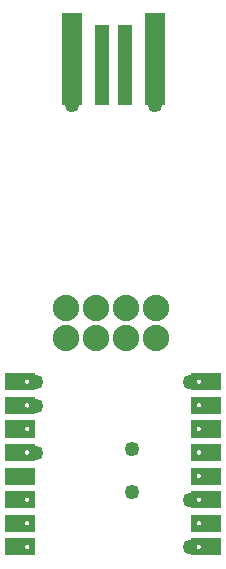
<source format=gts>
%ASAXBY*%
%FSLAX23Y23*%
%MOIN*%
%OFA0B0*%
%SFA1.0B1.0*%
%ADD10C,0.049370*%
%ADD11C,0.088000*%
%ADD12R,0.069055X0.305276*%
%ADD13R,0.049370X0.265906*%
%ADD14R,0.001000X0.001000*%
%LNMASK1*%
G90*
G70*
G54D10*
X488Y558D03*
X488Y703D03*
X566Y1849D03*
X290Y1849D03*
G54D11*
X271Y1071D03*
X371Y1071D03*
X471Y1071D03*
X571Y1071D03*
X271Y1071D03*
X371Y1071D03*
X471Y1071D03*
X571Y1071D03*
X571Y1171D03*
X471Y1171D03*
X371Y1171D03*
X271Y1171D03*
G54D10*
X171Y925D03*
X141Y612D03*
X171Y689D03*
X683Y374D03*
X683Y532D03*
X683Y925D03*
X171Y847D03*
G54D12*
X290Y2002D03*
G54D13*
X388Y1982D03*
X467Y1982D03*
G54D12*
X565Y2002D03*
G54D14*
X68Y955D02*
X165Y955D01*
X688Y955D02*
X785Y955D01*
X68Y954D02*
X165Y954D01*
X688Y954D02*
X785Y954D01*
X68Y953D02*
X165Y953D01*
X688Y953D02*
X785Y953D01*
X68Y952D02*
X165Y952D01*
X688Y952D02*
X785Y952D01*
X68Y951D02*
X165Y951D01*
X688Y951D02*
X785Y951D01*
X68Y950D02*
X165Y950D01*
X688Y950D02*
X785Y950D01*
X68Y949D02*
X165Y949D01*
X688Y949D02*
X785Y949D01*
X68Y948D02*
X165Y948D01*
X688Y948D02*
X785Y948D01*
X68Y947D02*
X165Y947D01*
X688Y947D02*
X785Y947D01*
X68Y946D02*
X165Y946D01*
X688Y946D02*
X785Y946D01*
X68Y945D02*
X165Y945D01*
X688Y945D02*
X785Y945D01*
X68Y944D02*
X165Y944D01*
X688Y944D02*
X785Y944D01*
X68Y943D02*
X165Y943D01*
X688Y943D02*
X785Y943D01*
X68Y942D02*
X165Y942D01*
X688Y942D02*
X785Y942D01*
X68Y941D02*
X165Y941D01*
X688Y941D02*
X785Y941D01*
X68Y940D02*
X165Y940D01*
X688Y940D02*
X785Y940D01*
X68Y939D02*
X165Y939D01*
X688Y939D02*
X785Y939D01*
X68Y938D02*
X165Y938D01*
X688Y938D02*
X785Y938D01*
X68Y937D02*
X165Y937D01*
X688Y937D02*
X785Y937D01*
X68Y936D02*
X165Y936D01*
X688Y936D02*
X785Y936D01*
X68Y935D02*
X165Y935D01*
X688Y935D02*
X785Y935D01*
X68Y934D02*
X165Y934D01*
X688Y934D02*
X785Y934D01*
X68Y933D02*
X136Y933D01*
X145Y933D02*
X165Y933D01*
X688Y933D02*
X708Y933D01*
X717Y933D02*
X785Y933D01*
X68Y932D02*
X135Y932D01*
X146Y932D02*
X165Y932D01*
X688Y932D02*
X707Y932D01*
X718Y932D02*
X785Y932D01*
X68Y931D02*
X134Y931D01*
X147Y931D02*
X165Y931D01*
X688Y931D02*
X706Y931D01*
X719Y931D02*
X785Y931D01*
X68Y930D02*
X134Y930D01*
X148Y930D02*
X165Y930D01*
X688Y930D02*
X706Y930D01*
X719Y930D02*
X785Y930D01*
X68Y929D02*
X133Y929D01*
X148Y929D02*
X165Y929D01*
X688Y929D02*
X705Y929D01*
X720Y929D02*
X785Y929D01*
X68Y928D02*
X133Y928D01*
X148Y928D02*
X165Y928D01*
X688Y928D02*
X705Y928D01*
X720Y928D02*
X785Y928D01*
X68Y927D02*
X133Y927D01*
X148Y927D02*
X165Y927D01*
X688Y927D02*
X705Y927D01*
X720Y927D02*
X785Y927D01*
X68Y926D02*
X133Y926D01*
X148Y926D02*
X165Y926D01*
X688Y926D02*
X705Y926D01*
X720Y926D02*
X785Y926D01*
X68Y925D02*
X133Y925D01*
X148Y925D02*
X165Y925D01*
X688Y925D02*
X705Y925D01*
X720Y925D02*
X785Y925D01*
X68Y924D02*
X133Y924D01*
X148Y924D02*
X165Y924D01*
X688Y924D02*
X705Y924D01*
X720Y924D02*
X785Y924D01*
X68Y923D02*
X134Y923D01*
X147Y923D02*
X165Y923D01*
X688Y923D02*
X706Y923D01*
X719Y923D02*
X785Y923D01*
X68Y922D02*
X135Y922D01*
X146Y922D02*
X165Y922D01*
X688Y922D02*
X707Y922D01*
X718Y922D02*
X785Y922D01*
X68Y921D02*
X136Y921D01*
X145Y921D02*
X165Y921D01*
X688Y921D02*
X708Y921D01*
X717Y921D02*
X785Y921D01*
X68Y920D02*
X138Y920D01*
X144Y920D02*
X165Y920D01*
X688Y920D02*
X710Y920D01*
X716Y920D02*
X785Y920D01*
X68Y919D02*
X165Y919D01*
X688Y919D02*
X785Y919D01*
X68Y918D02*
X165Y918D01*
X688Y918D02*
X785Y918D01*
X68Y917D02*
X165Y917D01*
X688Y917D02*
X785Y917D01*
X68Y916D02*
X165Y916D01*
X688Y916D02*
X785Y916D01*
X68Y915D02*
X165Y915D01*
X688Y915D02*
X785Y915D01*
X68Y914D02*
X165Y914D01*
X688Y914D02*
X785Y914D01*
X68Y913D02*
X165Y913D01*
X688Y913D02*
X785Y913D01*
X68Y912D02*
X165Y912D01*
X688Y912D02*
X785Y912D01*
X68Y911D02*
X165Y911D01*
X688Y911D02*
X785Y911D01*
X68Y910D02*
X165Y910D01*
X688Y910D02*
X785Y910D01*
X68Y909D02*
X165Y909D01*
X688Y909D02*
X785Y909D01*
X68Y908D02*
X165Y908D01*
X688Y908D02*
X785Y908D01*
X68Y907D02*
X165Y907D01*
X688Y907D02*
X785Y907D01*
X68Y906D02*
X165Y906D01*
X688Y906D02*
X785Y906D01*
X68Y905D02*
X165Y905D01*
X688Y905D02*
X785Y905D01*
X68Y904D02*
X165Y904D01*
X688Y904D02*
X785Y904D01*
X68Y903D02*
X165Y903D01*
X688Y903D02*
X785Y903D01*
X68Y902D02*
X165Y902D01*
X688Y902D02*
X785Y902D01*
X68Y901D02*
X165Y901D01*
X688Y901D02*
X785Y901D01*
X68Y900D02*
X165Y900D01*
X688Y900D02*
X785Y900D01*
X68Y899D02*
X165Y899D01*
X688Y899D02*
X785Y899D01*
X68Y876D02*
X165Y876D01*
X688Y876D02*
X785Y876D01*
X68Y875D02*
X165Y875D01*
X688Y875D02*
X785Y875D01*
X68Y874D02*
X165Y874D01*
X688Y874D02*
X785Y874D01*
X68Y873D02*
X165Y873D01*
X688Y873D02*
X785Y873D01*
X68Y872D02*
X165Y872D01*
X688Y872D02*
X785Y872D01*
X68Y871D02*
X165Y871D01*
X688Y871D02*
X785Y871D01*
X68Y870D02*
X165Y870D01*
X688Y870D02*
X785Y870D01*
X68Y869D02*
X165Y869D01*
X688Y869D02*
X785Y869D01*
X68Y868D02*
X165Y868D01*
X688Y868D02*
X785Y868D01*
X68Y867D02*
X165Y867D01*
X688Y867D02*
X785Y867D01*
X68Y866D02*
X165Y866D01*
X688Y866D02*
X785Y866D01*
X68Y865D02*
X165Y865D01*
X688Y865D02*
X785Y865D01*
X68Y864D02*
X165Y864D01*
X688Y864D02*
X785Y864D01*
X68Y863D02*
X165Y863D01*
X688Y863D02*
X785Y863D01*
X68Y862D02*
X165Y862D01*
X688Y862D02*
X785Y862D01*
X68Y861D02*
X165Y861D01*
X688Y861D02*
X785Y861D01*
X68Y860D02*
X165Y860D01*
X688Y860D02*
X785Y860D01*
X68Y859D02*
X165Y859D01*
X688Y859D02*
X785Y859D01*
X68Y858D02*
X165Y858D01*
X688Y858D02*
X785Y858D01*
X68Y857D02*
X165Y857D01*
X688Y857D02*
X785Y857D01*
X68Y856D02*
X165Y856D01*
X688Y856D02*
X785Y856D01*
X68Y855D02*
X138Y855D01*
X143Y855D02*
X165Y855D01*
X688Y855D02*
X710Y855D01*
X715Y855D02*
X785Y855D01*
X68Y854D02*
X136Y854D01*
X145Y854D02*
X165Y854D01*
X688Y854D02*
X708Y854D01*
X717Y854D02*
X785Y854D01*
X68Y853D02*
X135Y853D01*
X146Y853D02*
X165Y853D01*
X688Y853D02*
X707Y853D01*
X718Y853D02*
X785Y853D01*
X68Y852D02*
X134Y852D01*
X147Y852D02*
X165Y852D01*
X688Y852D02*
X706Y852D01*
X719Y852D02*
X785Y852D01*
X68Y851D02*
X134Y851D01*
X148Y851D02*
X165Y851D01*
X688Y851D02*
X705Y851D01*
X720Y851D02*
X785Y851D01*
X68Y850D02*
X133Y850D01*
X148Y850D02*
X165Y850D01*
X688Y850D02*
X705Y850D01*
X720Y850D02*
X785Y850D01*
X68Y849D02*
X133Y849D01*
X148Y849D02*
X165Y849D01*
X688Y849D02*
X705Y849D01*
X720Y849D02*
X785Y849D01*
X68Y848D02*
X133Y848D01*
X148Y848D02*
X165Y848D01*
X688Y848D02*
X705Y848D01*
X720Y848D02*
X785Y848D01*
X68Y847D02*
X133Y847D01*
X148Y847D02*
X165Y847D01*
X688Y847D02*
X705Y847D01*
X720Y847D02*
X785Y847D01*
X68Y846D02*
X133Y846D01*
X148Y846D02*
X165Y846D01*
X688Y846D02*
X705Y846D01*
X720Y846D02*
X785Y846D01*
X68Y845D02*
X134Y845D01*
X148Y845D02*
X165Y845D01*
X688Y845D02*
X706Y845D01*
X720Y845D02*
X785Y845D01*
X68Y844D02*
X134Y844D01*
X147Y844D02*
X165Y844D01*
X688Y844D02*
X706Y844D01*
X719Y844D02*
X785Y844D01*
X68Y843D02*
X135Y843D01*
X146Y843D02*
X165Y843D01*
X688Y843D02*
X707Y843D01*
X718Y843D02*
X785Y843D01*
X68Y842D02*
X136Y842D01*
X145Y842D02*
X165Y842D01*
X688Y842D02*
X708Y842D01*
X717Y842D02*
X785Y842D01*
X68Y841D02*
X139Y841D01*
X142Y841D02*
X165Y841D01*
X688Y841D02*
X711Y841D01*
X714Y841D02*
X785Y841D01*
X68Y840D02*
X165Y840D01*
X688Y840D02*
X785Y840D01*
X68Y839D02*
X165Y839D01*
X688Y839D02*
X785Y839D01*
X68Y838D02*
X165Y838D01*
X688Y838D02*
X785Y838D01*
X68Y837D02*
X165Y837D01*
X688Y837D02*
X785Y837D01*
X68Y836D02*
X165Y836D01*
X688Y836D02*
X785Y836D01*
X68Y835D02*
X165Y835D01*
X688Y835D02*
X785Y835D01*
X68Y834D02*
X165Y834D01*
X688Y834D02*
X785Y834D01*
X68Y833D02*
X165Y833D01*
X688Y833D02*
X785Y833D01*
X68Y832D02*
X165Y832D01*
X688Y832D02*
X785Y832D01*
X68Y831D02*
X165Y831D01*
X688Y831D02*
X785Y831D01*
X68Y830D02*
X165Y830D01*
X688Y830D02*
X785Y830D01*
X68Y829D02*
X165Y829D01*
X688Y829D02*
X785Y829D01*
X68Y828D02*
X165Y828D01*
X688Y828D02*
X785Y828D01*
X68Y827D02*
X165Y827D01*
X688Y827D02*
X785Y827D01*
X68Y826D02*
X165Y826D01*
X688Y826D02*
X785Y826D01*
X68Y825D02*
X165Y825D01*
X688Y825D02*
X785Y825D01*
X68Y824D02*
X165Y824D01*
X688Y824D02*
X785Y824D01*
X68Y823D02*
X165Y823D01*
X688Y823D02*
X785Y823D01*
X68Y822D02*
X165Y822D01*
X688Y822D02*
X785Y822D01*
X68Y821D02*
X165Y821D01*
X688Y821D02*
X785Y821D01*
X68Y820D02*
X165Y820D01*
X688Y820D02*
X785Y820D01*
X68Y797D02*
X165Y797D01*
X688Y797D02*
X785Y797D01*
X68Y796D02*
X165Y796D01*
X688Y796D02*
X785Y796D01*
X68Y795D02*
X165Y795D01*
X688Y795D02*
X785Y795D01*
X68Y794D02*
X165Y794D01*
X688Y794D02*
X785Y794D01*
X68Y793D02*
X165Y793D01*
X688Y793D02*
X785Y793D01*
X68Y792D02*
X165Y792D01*
X688Y792D02*
X785Y792D01*
X68Y791D02*
X165Y791D01*
X688Y791D02*
X785Y791D01*
X68Y790D02*
X165Y790D01*
X688Y790D02*
X785Y790D01*
X68Y789D02*
X165Y789D01*
X688Y789D02*
X785Y789D01*
X68Y788D02*
X165Y788D01*
X688Y788D02*
X785Y788D01*
X68Y787D02*
X165Y787D01*
X688Y787D02*
X785Y787D01*
X68Y786D02*
X165Y786D01*
X688Y786D02*
X785Y786D01*
X68Y785D02*
X165Y785D01*
X688Y785D02*
X785Y785D01*
X68Y784D02*
X165Y784D01*
X688Y784D02*
X785Y784D01*
X68Y783D02*
X165Y783D01*
X688Y783D02*
X785Y783D01*
X68Y782D02*
X165Y782D01*
X688Y782D02*
X785Y782D01*
X68Y781D02*
X165Y781D01*
X688Y781D02*
X785Y781D01*
X68Y780D02*
X165Y780D01*
X688Y780D02*
X785Y780D01*
X68Y779D02*
X165Y779D01*
X688Y779D02*
X785Y779D01*
X68Y778D02*
X165Y778D01*
X688Y778D02*
X785Y778D01*
X68Y777D02*
X165Y777D01*
X688Y777D02*
X785Y777D01*
X68Y776D02*
X137Y776D01*
X144Y776D02*
X165Y776D01*
X688Y776D02*
X709Y776D01*
X716Y776D02*
X785Y776D01*
X68Y775D02*
X136Y775D01*
X145Y775D02*
X165Y775D01*
X688Y775D02*
X708Y775D01*
X717Y775D02*
X785Y775D01*
X68Y774D02*
X135Y774D01*
X146Y774D02*
X165Y774D01*
X688Y774D02*
X707Y774D01*
X718Y774D02*
X785Y774D01*
X68Y773D02*
X134Y773D01*
X147Y773D02*
X165Y773D01*
X688Y773D02*
X706Y773D01*
X719Y773D02*
X785Y773D01*
X68Y772D02*
X133Y772D01*
X148Y772D02*
X165Y772D01*
X688Y772D02*
X705Y772D01*
X720Y772D02*
X785Y772D01*
X68Y771D02*
X133Y771D01*
X148Y771D02*
X165Y771D01*
X688Y771D02*
X705Y771D01*
X720Y771D02*
X785Y771D01*
X68Y770D02*
X133Y770D01*
X148Y770D02*
X165Y770D01*
X688Y770D02*
X705Y770D01*
X720Y770D02*
X785Y770D01*
X68Y769D02*
X133Y769D01*
X148Y769D02*
X165Y769D01*
X688Y769D02*
X705Y769D01*
X720Y769D02*
X785Y769D01*
X68Y768D02*
X133Y768D01*
X148Y768D02*
X165Y768D01*
X688Y768D02*
X705Y768D01*
X720Y768D02*
X785Y768D01*
X68Y767D02*
X133Y767D01*
X148Y767D02*
X165Y767D01*
X688Y767D02*
X705Y767D01*
X720Y767D02*
X785Y767D01*
X68Y766D02*
X134Y766D01*
X147Y766D02*
X165Y766D01*
X688Y766D02*
X706Y766D01*
X719Y766D02*
X785Y766D01*
X68Y765D02*
X134Y765D01*
X147Y765D02*
X165Y765D01*
X688Y765D02*
X706Y765D01*
X719Y765D02*
X785Y765D01*
X68Y764D02*
X135Y764D01*
X146Y764D02*
X165Y764D01*
X688Y764D02*
X707Y764D01*
X718Y764D02*
X785Y764D01*
X68Y763D02*
X137Y763D01*
X145Y763D02*
X165Y763D01*
X688Y763D02*
X709Y763D01*
X716Y763D02*
X785Y763D01*
X68Y762D02*
X165Y762D01*
X688Y762D02*
X785Y762D01*
X68Y761D02*
X165Y761D01*
X688Y761D02*
X785Y761D01*
X68Y760D02*
X165Y760D01*
X688Y760D02*
X785Y760D01*
X68Y759D02*
X165Y759D01*
X688Y759D02*
X785Y759D01*
X68Y758D02*
X165Y758D01*
X688Y758D02*
X785Y758D01*
X68Y757D02*
X165Y757D01*
X688Y757D02*
X785Y757D01*
X68Y756D02*
X165Y756D01*
X688Y756D02*
X785Y756D01*
X68Y755D02*
X165Y755D01*
X688Y755D02*
X785Y755D01*
X68Y754D02*
X165Y754D01*
X688Y754D02*
X785Y754D01*
X68Y753D02*
X165Y753D01*
X688Y753D02*
X785Y753D01*
X68Y752D02*
X165Y752D01*
X688Y752D02*
X785Y752D01*
X68Y751D02*
X165Y751D01*
X688Y751D02*
X785Y751D01*
X68Y750D02*
X165Y750D01*
X688Y750D02*
X785Y750D01*
X68Y749D02*
X165Y749D01*
X688Y749D02*
X785Y749D01*
X68Y748D02*
X165Y748D01*
X688Y748D02*
X785Y748D01*
X68Y747D02*
X165Y747D01*
X688Y747D02*
X785Y747D01*
X68Y746D02*
X165Y746D01*
X688Y746D02*
X785Y746D01*
X68Y745D02*
X165Y745D01*
X688Y745D02*
X785Y745D01*
X68Y744D02*
X165Y744D01*
X688Y744D02*
X785Y744D01*
X68Y743D02*
X165Y743D01*
X688Y743D02*
X785Y743D01*
X68Y742D02*
X165Y742D01*
X688Y742D02*
X785Y742D01*
X68Y741D02*
X165Y741D01*
X688Y741D02*
X785Y741D01*
X68Y719D02*
X165Y719D01*
X688Y719D02*
X785Y719D01*
X68Y718D02*
X165Y718D01*
X688Y718D02*
X785Y718D01*
X68Y717D02*
X165Y717D01*
X688Y717D02*
X785Y717D01*
X68Y716D02*
X165Y716D01*
X688Y716D02*
X785Y716D01*
X68Y715D02*
X165Y715D01*
X688Y715D02*
X785Y715D01*
X68Y714D02*
X165Y714D01*
X688Y714D02*
X785Y714D01*
X68Y713D02*
X165Y713D01*
X688Y713D02*
X785Y713D01*
X68Y712D02*
X165Y712D01*
X688Y712D02*
X785Y712D01*
X68Y711D02*
X165Y711D01*
X688Y711D02*
X785Y711D01*
X68Y710D02*
X165Y710D01*
X688Y710D02*
X785Y710D01*
X68Y709D02*
X165Y709D01*
X688Y709D02*
X785Y709D01*
X68Y708D02*
X165Y708D01*
X688Y708D02*
X785Y708D01*
X68Y707D02*
X165Y707D01*
X688Y707D02*
X785Y707D01*
X68Y706D02*
X165Y706D01*
X688Y706D02*
X785Y706D01*
X68Y705D02*
X165Y705D01*
X688Y705D02*
X785Y705D01*
X68Y704D02*
X165Y704D01*
X688Y704D02*
X785Y704D01*
X68Y703D02*
X165Y703D01*
X688Y703D02*
X785Y703D01*
X68Y702D02*
X165Y702D01*
X688Y702D02*
X785Y702D01*
X68Y701D02*
X165Y701D01*
X688Y701D02*
X785Y701D01*
X68Y700D02*
X165Y700D01*
X688Y700D02*
X785Y700D01*
X68Y699D02*
X165Y699D01*
X688Y699D02*
X785Y699D01*
X68Y698D02*
X165Y698D01*
X688Y698D02*
X785Y698D01*
X68Y697D02*
X137Y697D01*
X144Y697D02*
X165Y697D01*
X688Y697D02*
X709Y697D01*
X716Y697D02*
X785Y697D01*
X68Y696D02*
X135Y696D01*
X146Y696D02*
X165Y696D01*
X688Y696D02*
X707Y696D01*
X718Y696D02*
X785Y696D01*
X68Y695D02*
X134Y695D01*
X147Y695D02*
X165Y695D01*
X688Y695D02*
X706Y695D01*
X719Y695D02*
X785Y695D01*
X68Y694D02*
X134Y694D01*
X147Y694D02*
X165Y694D01*
X688Y694D02*
X706Y694D01*
X719Y694D02*
X785Y694D01*
X68Y693D02*
X133Y693D01*
X148Y693D02*
X165Y693D01*
X688Y693D02*
X705Y693D01*
X720Y693D02*
X785Y693D01*
X68Y692D02*
X133Y692D01*
X148Y692D02*
X165Y692D01*
X688Y692D02*
X705Y692D01*
X720Y692D02*
X785Y692D01*
X68Y691D02*
X133Y691D01*
X148Y691D02*
X165Y691D01*
X688Y691D02*
X705Y691D01*
X720Y691D02*
X785Y691D01*
X68Y690D02*
X133Y690D01*
X148Y690D02*
X165Y690D01*
X688Y690D02*
X705Y690D01*
X720Y690D02*
X785Y690D01*
X68Y689D02*
X133Y689D01*
X148Y689D02*
X165Y689D01*
X688Y689D02*
X705Y689D01*
X720Y689D02*
X785Y689D01*
X68Y688D02*
X133Y688D01*
X148Y688D02*
X165Y688D01*
X688Y688D02*
X705Y688D01*
X720Y688D02*
X785Y688D01*
X68Y687D02*
X134Y687D01*
X147Y687D02*
X165Y687D01*
X688Y687D02*
X706Y687D01*
X719Y687D02*
X785Y687D01*
X68Y686D02*
X135Y686D01*
X147Y686D02*
X165Y686D01*
X688Y686D02*
X707Y686D01*
X718Y686D02*
X785Y686D01*
X68Y685D02*
X136Y685D01*
X146Y685D02*
X165Y685D01*
X688Y685D02*
X708Y685D01*
X717Y685D02*
X785Y685D01*
X68Y684D02*
X137Y684D01*
X144Y684D02*
X165Y684D01*
X688Y684D02*
X709Y684D01*
X716Y684D02*
X785Y684D01*
X68Y683D02*
X165Y683D01*
X688Y683D02*
X785Y683D01*
X68Y682D02*
X165Y682D01*
X688Y682D02*
X785Y682D01*
X68Y681D02*
X165Y681D01*
X688Y681D02*
X785Y681D01*
X68Y680D02*
X165Y680D01*
X688Y680D02*
X785Y680D01*
X68Y679D02*
X165Y679D01*
X688Y679D02*
X785Y679D01*
X68Y678D02*
X165Y678D01*
X688Y678D02*
X785Y678D01*
X68Y677D02*
X165Y677D01*
X688Y677D02*
X785Y677D01*
X68Y676D02*
X165Y676D01*
X688Y676D02*
X785Y676D01*
X68Y675D02*
X165Y675D01*
X688Y675D02*
X785Y675D01*
X68Y674D02*
X165Y674D01*
X688Y674D02*
X785Y674D01*
X68Y673D02*
X165Y673D01*
X688Y673D02*
X785Y673D01*
X68Y672D02*
X165Y672D01*
X688Y672D02*
X785Y672D01*
X68Y671D02*
X165Y671D01*
X688Y671D02*
X785Y671D01*
X68Y670D02*
X165Y670D01*
X688Y670D02*
X785Y670D01*
X68Y669D02*
X165Y669D01*
X688Y669D02*
X785Y669D01*
X68Y668D02*
X165Y668D01*
X688Y668D02*
X785Y668D01*
X68Y667D02*
X165Y667D01*
X688Y667D02*
X785Y667D01*
X68Y666D02*
X165Y666D01*
X688Y666D02*
X785Y666D01*
X68Y665D02*
X165Y665D01*
X688Y665D02*
X785Y665D01*
X68Y664D02*
X165Y664D01*
X688Y664D02*
X785Y664D01*
X68Y663D02*
X165Y663D01*
X688Y663D02*
X785Y663D01*
X68Y662D02*
X165Y662D01*
X688Y662D02*
X785Y662D01*
X68Y640D02*
X165Y640D01*
X688Y640D02*
X785Y640D01*
X68Y639D02*
X165Y639D01*
X688Y639D02*
X785Y639D01*
X68Y638D02*
X165Y638D01*
X688Y638D02*
X785Y638D01*
X68Y637D02*
X165Y637D01*
X688Y637D02*
X785Y637D01*
X68Y636D02*
X165Y636D01*
X688Y636D02*
X785Y636D01*
X68Y635D02*
X165Y635D01*
X688Y635D02*
X785Y635D01*
X68Y634D02*
X165Y634D01*
X688Y634D02*
X785Y634D01*
X68Y633D02*
X165Y633D01*
X688Y633D02*
X785Y633D01*
X68Y632D02*
X165Y632D01*
X688Y632D02*
X785Y632D01*
X68Y631D02*
X165Y631D01*
X688Y631D02*
X785Y631D01*
X68Y630D02*
X165Y630D01*
X688Y630D02*
X785Y630D01*
X68Y629D02*
X165Y629D01*
X688Y629D02*
X785Y629D01*
X68Y628D02*
X165Y628D01*
X688Y628D02*
X785Y628D01*
X68Y627D02*
X165Y627D01*
X688Y627D02*
X785Y627D01*
X68Y626D02*
X165Y626D01*
X688Y626D02*
X785Y626D01*
X68Y625D02*
X165Y625D01*
X688Y625D02*
X785Y625D01*
X68Y624D02*
X165Y624D01*
X688Y624D02*
X785Y624D01*
X68Y623D02*
X165Y623D01*
X688Y623D02*
X785Y623D01*
X68Y622D02*
X165Y622D01*
X688Y622D02*
X785Y622D01*
X68Y621D02*
X165Y621D01*
X688Y621D02*
X785Y621D01*
X68Y620D02*
X165Y620D01*
X688Y620D02*
X785Y620D01*
X68Y619D02*
X165Y619D01*
X688Y619D02*
X785Y619D01*
X68Y618D02*
X136Y618D01*
X145Y618D02*
X165Y618D01*
X688Y618D02*
X708Y618D01*
X717Y618D02*
X785Y618D01*
X68Y617D02*
X135Y617D01*
X146Y617D02*
X165Y617D01*
X688Y617D02*
X707Y617D01*
X718Y617D02*
X785Y617D01*
X68Y616D02*
X134Y616D01*
X147Y616D02*
X165Y616D01*
X688Y616D02*
X706Y616D01*
X719Y616D02*
X785Y616D01*
X68Y615D02*
X134Y615D01*
X148Y615D02*
X165Y615D01*
X688Y615D02*
X706Y615D01*
X720Y615D02*
X785Y615D01*
X68Y614D02*
X133Y614D01*
X148Y614D02*
X165Y614D01*
X688Y614D02*
X705Y614D01*
X720Y614D02*
X785Y614D01*
X68Y613D02*
X133Y613D01*
X148Y613D02*
X165Y613D01*
X688Y613D02*
X705Y613D01*
X720Y613D02*
X785Y613D01*
X68Y612D02*
X133Y612D01*
X148Y612D02*
X165Y612D01*
X688Y612D02*
X705Y612D01*
X720Y612D02*
X785Y612D01*
X68Y611D02*
X133Y611D01*
X148Y611D02*
X165Y611D01*
X688Y611D02*
X705Y611D01*
X720Y611D02*
X785Y611D01*
X68Y610D02*
X133Y610D01*
X148Y610D02*
X165Y610D01*
X688Y610D02*
X705Y610D01*
X720Y610D02*
X785Y610D01*
X68Y609D02*
X133Y609D01*
X148Y609D02*
X165Y609D01*
X688Y609D02*
X705Y609D01*
X720Y609D02*
X785Y609D01*
X68Y608D02*
X134Y608D01*
X147Y608D02*
X165Y608D01*
X688Y608D02*
X706Y608D01*
X719Y608D02*
X785Y608D01*
X68Y607D02*
X135Y607D01*
X146Y607D02*
X165Y607D01*
X688Y607D02*
X707Y607D01*
X718Y607D02*
X785Y607D01*
X68Y606D02*
X136Y606D01*
X145Y606D02*
X165Y606D01*
X688Y606D02*
X708Y606D01*
X717Y606D02*
X785Y606D01*
X68Y605D02*
X138Y605D01*
X143Y605D02*
X165Y605D01*
X688Y605D02*
X710Y605D01*
X715Y605D02*
X785Y605D01*
X68Y604D02*
X165Y604D01*
X688Y604D02*
X785Y604D01*
X68Y603D02*
X165Y603D01*
X688Y603D02*
X785Y603D01*
X68Y602D02*
X165Y602D01*
X688Y602D02*
X785Y602D01*
X68Y601D02*
X165Y601D01*
X688Y601D02*
X785Y601D01*
X68Y600D02*
X165Y600D01*
X688Y600D02*
X785Y600D01*
X68Y599D02*
X165Y599D01*
X688Y599D02*
X785Y599D01*
X68Y598D02*
X165Y598D01*
X688Y598D02*
X785Y598D01*
X68Y597D02*
X165Y597D01*
X688Y597D02*
X785Y597D01*
X68Y596D02*
X165Y596D01*
X688Y596D02*
X785Y596D01*
X68Y595D02*
X165Y595D01*
X688Y595D02*
X785Y595D01*
X68Y594D02*
X165Y594D01*
X688Y594D02*
X785Y594D01*
X68Y593D02*
X165Y593D01*
X688Y593D02*
X785Y593D01*
X68Y592D02*
X165Y592D01*
X688Y592D02*
X785Y592D01*
X68Y591D02*
X165Y591D01*
X688Y591D02*
X785Y591D01*
X68Y590D02*
X165Y590D01*
X688Y590D02*
X785Y590D01*
X68Y589D02*
X165Y589D01*
X688Y589D02*
X785Y589D01*
X68Y588D02*
X165Y588D01*
X688Y588D02*
X785Y588D01*
X68Y587D02*
X165Y587D01*
X688Y587D02*
X785Y587D01*
X68Y586D02*
X165Y586D01*
X688Y586D02*
X785Y586D01*
X68Y585D02*
X165Y585D01*
X688Y585D02*
X785Y585D01*
X68Y584D02*
X165Y584D01*
X688Y584D02*
X785Y584D01*
X68Y561D02*
X165Y561D01*
X688Y561D02*
X785Y561D01*
X68Y560D02*
X165Y560D01*
X688Y560D02*
X785Y560D01*
X68Y559D02*
X165Y559D01*
X688Y559D02*
X785Y559D01*
X68Y558D02*
X165Y558D01*
X688Y558D02*
X785Y558D01*
X68Y557D02*
X165Y557D01*
X688Y557D02*
X785Y557D01*
X68Y556D02*
X165Y556D01*
X688Y556D02*
X785Y556D01*
X68Y555D02*
X165Y555D01*
X688Y555D02*
X785Y555D01*
X68Y554D02*
X165Y554D01*
X688Y554D02*
X785Y554D01*
X68Y553D02*
X165Y553D01*
X688Y553D02*
X785Y553D01*
X68Y552D02*
X165Y552D01*
X688Y552D02*
X785Y552D01*
X68Y551D02*
X165Y551D01*
X688Y551D02*
X785Y551D01*
X68Y550D02*
X165Y550D01*
X688Y550D02*
X785Y550D01*
X68Y549D02*
X165Y549D01*
X688Y549D02*
X785Y549D01*
X68Y548D02*
X165Y548D01*
X688Y548D02*
X785Y548D01*
X68Y547D02*
X165Y547D01*
X688Y547D02*
X785Y547D01*
X68Y546D02*
X165Y546D01*
X688Y546D02*
X785Y546D01*
X68Y545D02*
X165Y545D01*
X688Y545D02*
X785Y545D01*
X68Y544D02*
X165Y544D01*
X688Y544D02*
X785Y544D01*
X68Y543D02*
X165Y543D01*
X688Y543D02*
X785Y543D01*
X68Y542D02*
X165Y542D01*
X688Y542D02*
X785Y542D01*
X68Y541D02*
X165Y541D01*
X688Y541D02*
X785Y541D01*
X68Y540D02*
X138Y540D01*
X143Y540D02*
X165Y540D01*
X688Y540D02*
X710Y540D01*
X715Y540D02*
X785Y540D01*
X68Y539D02*
X136Y539D01*
X145Y539D02*
X165Y539D01*
X688Y539D02*
X708Y539D01*
X717Y539D02*
X785Y539D01*
X68Y538D02*
X135Y538D01*
X146Y538D02*
X165Y538D01*
X688Y538D02*
X707Y538D01*
X718Y538D02*
X785Y538D01*
X68Y537D02*
X134Y537D01*
X147Y537D02*
X165Y537D01*
X688Y537D02*
X706Y537D01*
X719Y537D02*
X785Y537D01*
X68Y536D02*
X133Y536D01*
X148Y536D02*
X165Y536D01*
X688Y536D02*
X705Y536D01*
X720Y536D02*
X785Y536D01*
X68Y535D02*
X133Y535D01*
X148Y535D02*
X165Y535D01*
X688Y535D02*
X705Y535D01*
X720Y535D02*
X785Y535D01*
X68Y534D02*
X133Y534D01*
X148Y534D02*
X165Y534D01*
X688Y534D02*
X705Y534D01*
X720Y534D02*
X785Y534D01*
X68Y533D02*
X133Y533D01*
X148Y533D02*
X165Y533D01*
X688Y533D02*
X705Y533D01*
X720Y533D02*
X785Y533D01*
X68Y532D02*
X133Y532D01*
X148Y532D02*
X165Y532D01*
X688Y532D02*
X705Y532D01*
X720Y532D02*
X785Y532D01*
X68Y531D02*
X133Y531D01*
X148Y531D02*
X165Y531D01*
X688Y531D02*
X705Y531D01*
X720Y531D02*
X785Y531D01*
X68Y530D02*
X134Y530D01*
X148Y530D02*
X165Y530D01*
X688Y530D02*
X706Y530D01*
X720Y530D02*
X785Y530D01*
X68Y529D02*
X134Y529D01*
X147Y529D02*
X165Y529D01*
X688Y529D02*
X706Y529D01*
X719Y529D02*
X785Y529D01*
X68Y528D02*
X135Y528D01*
X146Y528D02*
X165Y528D01*
X688Y528D02*
X707Y528D01*
X718Y528D02*
X785Y528D01*
X68Y527D02*
X136Y527D01*
X145Y527D02*
X165Y527D01*
X688Y527D02*
X708Y527D01*
X717Y527D02*
X785Y527D01*
X68Y526D02*
X165Y526D01*
X688Y526D02*
X785Y526D01*
X68Y525D02*
X165Y525D01*
X688Y525D02*
X785Y525D01*
X68Y524D02*
X165Y524D01*
X688Y524D02*
X785Y524D01*
X68Y523D02*
X165Y523D01*
X688Y523D02*
X785Y523D01*
X68Y522D02*
X165Y522D01*
X688Y522D02*
X785Y522D01*
X68Y521D02*
X165Y521D01*
X688Y521D02*
X785Y521D01*
X68Y520D02*
X165Y520D01*
X688Y520D02*
X785Y520D01*
X68Y519D02*
X165Y519D01*
X688Y519D02*
X785Y519D01*
X68Y518D02*
X165Y518D01*
X688Y518D02*
X785Y518D01*
X68Y517D02*
X165Y517D01*
X688Y517D02*
X785Y517D01*
X68Y516D02*
X165Y516D01*
X688Y516D02*
X785Y516D01*
X68Y515D02*
X165Y515D01*
X688Y515D02*
X785Y515D01*
X68Y514D02*
X165Y514D01*
X688Y514D02*
X785Y514D01*
X68Y513D02*
X165Y513D01*
X688Y513D02*
X785Y513D01*
X68Y512D02*
X165Y512D01*
X688Y512D02*
X785Y512D01*
X68Y511D02*
X165Y511D01*
X688Y511D02*
X785Y511D01*
X68Y510D02*
X165Y510D01*
X688Y510D02*
X785Y510D01*
X68Y509D02*
X165Y509D01*
X688Y509D02*
X785Y509D01*
X68Y508D02*
X165Y508D01*
X688Y508D02*
X785Y508D01*
X68Y507D02*
X165Y507D01*
X688Y507D02*
X785Y507D01*
X68Y506D02*
X165Y506D01*
X688Y506D02*
X785Y506D01*
X68Y505D02*
X165Y505D01*
X688Y505D02*
X785Y505D01*
X68Y483D02*
X165Y483D01*
X688Y483D02*
X785Y483D01*
X68Y482D02*
X165Y482D01*
X688Y482D02*
X785Y482D01*
X68Y481D02*
X165Y481D01*
X688Y481D02*
X785Y481D01*
X68Y480D02*
X165Y480D01*
X688Y480D02*
X785Y480D01*
X68Y479D02*
X165Y479D01*
X688Y479D02*
X785Y479D01*
X68Y478D02*
X165Y478D01*
X688Y478D02*
X785Y478D01*
X68Y477D02*
X165Y477D01*
X688Y477D02*
X785Y477D01*
X68Y476D02*
X165Y476D01*
X688Y476D02*
X785Y476D01*
X68Y475D02*
X165Y475D01*
X688Y475D02*
X785Y475D01*
X68Y474D02*
X165Y474D01*
X688Y474D02*
X785Y474D01*
X68Y473D02*
X165Y473D01*
X688Y473D02*
X785Y473D01*
X68Y472D02*
X165Y472D01*
X688Y472D02*
X785Y472D01*
X68Y471D02*
X165Y471D01*
X688Y471D02*
X785Y471D01*
X68Y470D02*
X165Y470D01*
X688Y470D02*
X785Y470D01*
X68Y469D02*
X165Y469D01*
X688Y469D02*
X785Y469D01*
X68Y468D02*
X165Y468D01*
X688Y468D02*
X785Y468D01*
X68Y467D02*
X165Y467D01*
X688Y467D02*
X785Y467D01*
X68Y466D02*
X165Y466D01*
X688Y466D02*
X785Y466D01*
X68Y465D02*
X165Y465D01*
X688Y465D02*
X785Y465D01*
X68Y464D02*
X165Y464D01*
X688Y464D02*
X785Y464D01*
X68Y463D02*
X165Y463D01*
X688Y463D02*
X785Y463D01*
X68Y462D02*
X165Y462D01*
X688Y462D02*
X785Y462D01*
X68Y461D02*
X137Y461D01*
X144Y461D02*
X165Y461D01*
X688Y461D02*
X709Y461D01*
X716Y461D02*
X785Y461D01*
X68Y460D02*
X136Y460D01*
X146Y460D02*
X165Y460D01*
X688Y460D02*
X708Y460D01*
X717Y460D02*
X785Y460D01*
X68Y459D02*
X135Y459D01*
X147Y459D02*
X165Y459D01*
X688Y459D02*
X707Y459D01*
X718Y459D02*
X785Y459D01*
X68Y458D02*
X134Y458D01*
X147Y458D02*
X165Y458D01*
X688Y458D02*
X706Y458D01*
X719Y458D02*
X785Y458D01*
X68Y457D02*
X133Y457D01*
X148Y457D02*
X165Y457D01*
X688Y457D02*
X705Y457D01*
X720Y457D02*
X785Y457D01*
X68Y456D02*
X133Y456D01*
X148Y456D02*
X165Y456D01*
X688Y456D02*
X705Y456D01*
X720Y456D02*
X785Y456D01*
X68Y455D02*
X133Y455D01*
X148Y455D02*
X165Y455D01*
X688Y455D02*
X705Y455D01*
X720Y455D02*
X785Y455D01*
X68Y454D02*
X133Y454D01*
X148Y454D02*
X165Y454D01*
X688Y454D02*
X705Y454D01*
X720Y454D02*
X785Y454D01*
X68Y453D02*
X133Y453D01*
X148Y453D02*
X165Y453D01*
X688Y453D02*
X705Y453D01*
X720Y453D02*
X785Y453D01*
X68Y452D02*
X133Y452D01*
X148Y452D02*
X165Y452D01*
X688Y452D02*
X705Y452D01*
X720Y452D02*
X785Y452D01*
X68Y451D02*
X134Y451D01*
X147Y451D02*
X165Y451D01*
X688Y451D02*
X706Y451D01*
X719Y451D02*
X785Y451D01*
X68Y450D02*
X134Y450D01*
X147Y450D02*
X165Y450D01*
X688Y450D02*
X706Y450D01*
X719Y450D02*
X785Y450D01*
X68Y449D02*
X135Y449D01*
X146Y449D02*
X165Y449D01*
X688Y449D02*
X707Y449D01*
X718Y449D02*
X785Y449D01*
X68Y448D02*
X137Y448D01*
X144Y448D02*
X165Y448D01*
X688Y448D02*
X709Y448D01*
X716Y448D02*
X785Y448D01*
X68Y447D02*
X165Y447D01*
X688Y447D02*
X785Y447D01*
X68Y446D02*
X165Y446D01*
X688Y446D02*
X785Y446D01*
X68Y445D02*
X165Y445D01*
X688Y445D02*
X785Y445D01*
X68Y444D02*
X165Y444D01*
X688Y444D02*
X785Y444D01*
X68Y443D02*
X165Y443D01*
X688Y443D02*
X785Y443D01*
X68Y442D02*
X165Y442D01*
X688Y442D02*
X785Y442D01*
X68Y441D02*
X165Y441D01*
X688Y441D02*
X785Y441D01*
X68Y440D02*
X165Y440D01*
X688Y440D02*
X785Y440D01*
X68Y439D02*
X165Y439D01*
X688Y439D02*
X785Y439D01*
X68Y438D02*
X165Y438D01*
X688Y438D02*
X785Y438D01*
X68Y437D02*
X165Y437D01*
X688Y437D02*
X785Y437D01*
X68Y436D02*
X165Y436D01*
X688Y436D02*
X785Y436D01*
X68Y435D02*
X165Y435D01*
X688Y435D02*
X785Y435D01*
X68Y434D02*
X165Y434D01*
X688Y434D02*
X785Y434D01*
X68Y433D02*
X165Y433D01*
X688Y433D02*
X785Y433D01*
X68Y432D02*
X165Y432D01*
X688Y432D02*
X785Y432D01*
X68Y431D02*
X165Y431D01*
X688Y431D02*
X785Y431D01*
X68Y430D02*
X165Y430D01*
X688Y430D02*
X785Y430D01*
X68Y429D02*
X165Y429D01*
X688Y429D02*
X785Y429D01*
X68Y428D02*
X165Y428D01*
X688Y428D02*
X785Y428D01*
X68Y427D02*
X165Y427D01*
X688Y427D02*
X785Y427D01*
X68Y426D02*
X165Y426D01*
X688Y426D02*
X785Y426D01*
X68Y404D02*
X165Y404D01*
X688Y404D02*
X785Y404D01*
X68Y403D02*
X165Y403D01*
X688Y403D02*
X785Y403D01*
X68Y402D02*
X165Y402D01*
X688Y402D02*
X785Y402D01*
X68Y401D02*
X165Y401D01*
X688Y401D02*
X785Y401D01*
X68Y400D02*
X165Y400D01*
X688Y400D02*
X785Y400D01*
X68Y399D02*
X165Y399D01*
X688Y399D02*
X785Y399D01*
X68Y398D02*
X165Y398D01*
X688Y398D02*
X785Y398D01*
X68Y397D02*
X165Y397D01*
X688Y397D02*
X785Y397D01*
X68Y396D02*
X165Y396D01*
X688Y396D02*
X785Y396D01*
X68Y395D02*
X165Y395D01*
X688Y395D02*
X785Y395D01*
X68Y394D02*
X165Y394D01*
X688Y394D02*
X785Y394D01*
X68Y393D02*
X165Y393D01*
X688Y393D02*
X785Y393D01*
X68Y392D02*
X165Y392D01*
X688Y392D02*
X785Y392D01*
X68Y391D02*
X165Y391D01*
X688Y391D02*
X785Y391D01*
X68Y390D02*
X165Y390D01*
X688Y390D02*
X785Y390D01*
X68Y389D02*
X165Y389D01*
X688Y389D02*
X785Y389D01*
X68Y388D02*
X165Y388D01*
X688Y388D02*
X785Y388D01*
X68Y387D02*
X165Y387D01*
X688Y387D02*
X785Y387D01*
X68Y386D02*
X165Y386D01*
X688Y386D02*
X785Y386D01*
X68Y385D02*
X165Y385D01*
X688Y385D02*
X785Y385D01*
X68Y384D02*
X165Y384D01*
X688Y384D02*
X785Y384D01*
X68Y383D02*
X165Y383D01*
X688Y383D02*
X785Y383D01*
X68Y382D02*
X137Y382D01*
X145Y382D02*
X165Y382D01*
X688Y382D02*
X709Y382D01*
X716Y382D02*
X785Y382D01*
X68Y381D02*
X135Y381D01*
X146Y381D02*
X165Y381D01*
X688Y381D02*
X707Y381D01*
X718Y381D02*
X785Y381D01*
X68Y380D02*
X134Y380D01*
X147Y380D02*
X165Y380D01*
X688Y380D02*
X706Y380D01*
X719Y380D02*
X785Y380D01*
X68Y379D02*
X134Y379D01*
X147Y379D02*
X165Y379D01*
X688Y379D02*
X706Y379D01*
X719Y379D02*
X785Y379D01*
X68Y378D02*
X133Y378D01*
X148Y378D02*
X165Y378D01*
X688Y378D02*
X705Y378D01*
X720Y378D02*
X785Y378D01*
X68Y377D02*
X133Y377D01*
X148Y377D02*
X165Y377D01*
X688Y377D02*
X705Y377D01*
X720Y377D02*
X785Y377D01*
X68Y376D02*
X133Y376D01*
X148Y376D02*
X165Y376D01*
X688Y376D02*
X705Y376D01*
X720Y376D02*
X785Y376D01*
X68Y375D02*
X133Y375D01*
X148Y375D02*
X165Y375D01*
X688Y375D02*
X705Y375D01*
X720Y375D02*
X785Y375D01*
X68Y374D02*
X133Y374D01*
X148Y374D02*
X165Y374D01*
X688Y374D02*
X705Y374D01*
X720Y374D02*
X785Y374D01*
X68Y373D02*
X133Y373D01*
X148Y373D02*
X165Y373D01*
X688Y373D02*
X705Y373D01*
X720Y373D02*
X785Y373D01*
X68Y372D02*
X134Y372D01*
X147Y372D02*
X165Y372D01*
X688Y372D02*
X706Y372D01*
X719Y372D02*
X785Y372D01*
X68Y371D02*
X135Y371D01*
X146Y371D02*
X165Y371D01*
X688Y371D02*
X707Y371D01*
X718Y371D02*
X785Y371D01*
X68Y370D02*
X136Y370D01*
X145Y370D02*
X165Y370D01*
X688Y370D02*
X708Y370D01*
X717Y370D02*
X785Y370D01*
X68Y369D02*
X137Y369D01*
X144Y369D02*
X165Y369D01*
X688Y369D02*
X709Y369D01*
X716Y369D02*
X785Y369D01*
X68Y368D02*
X165Y368D01*
X688Y368D02*
X785Y368D01*
X68Y367D02*
X165Y367D01*
X688Y367D02*
X785Y367D01*
X68Y366D02*
X165Y366D01*
X688Y366D02*
X785Y366D01*
X68Y365D02*
X165Y365D01*
X688Y365D02*
X785Y365D01*
X68Y364D02*
X165Y364D01*
X688Y364D02*
X785Y364D01*
X68Y363D02*
X165Y363D01*
X688Y363D02*
X785Y363D01*
X68Y362D02*
X165Y362D01*
X688Y362D02*
X785Y362D01*
X68Y361D02*
X165Y361D01*
X688Y361D02*
X785Y361D01*
X68Y360D02*
X165Y360D01*
X688Y360D02*
X785Y360D01*
X68Y359D02*
X165Y359D01*
X688Y359D02*
X785Y359D01*
X68Y358D02*
X165Y358D01*
X688Y358D02*
X785Y358D01*
X68Y357D02*
X165Y357D01*
X688Y357D02*
X785Y357D01*
X68Y356D02*
X165Y356D01*
X688Y356D02*
X785Y356D01*
X68Y355D02*
X165Y355D01*
X688Y355D02*
X785Y355D01*
X68Y354D02*
X165Y354D01*
X688Y354D02*
X785Y354D01*
X68Y353D02*
X165Y353D01*
X688Y353D02*
X785Y353D01*
X68Y352D02*
X165Y352D01*
X688Y352D02*
X785Y352D01*
X68Y351D02*
X165Y351D01*
X688Y351D02*
X785Y351D01*
X68Y350D02*
X165Y350D01*
X688Y350D02*
X785Y350D01*
X68Y349D02*
X165Y349D01*
X688Y349D02*
X785Y349D01*
X68Y348D02*
X165Y348D01*
X688Y348D02*
X785Y348D01*
D02*
G04 End of Mask1*
M02*
</source>
